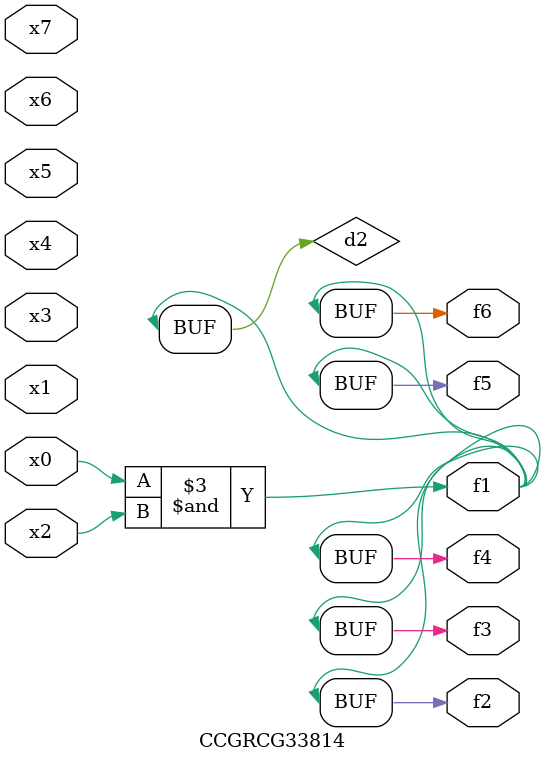
<source format=v>
module CCGRCG33814(
	input x0, x1, x2, x3, x4, x5, x6, x7,
	output f1, f2, f3, f4, f5, f6
);

	wire d1, d2;

	nor (d1, x3, x6);
	and (d2, x0, x2);
	assign f1 = d2;
	assign f2 = d2;
	assign f3 = d2;
	assign f4 = d2;
	assign f5 = d2;
	assign f6 = d2;
endmodule

</source>
